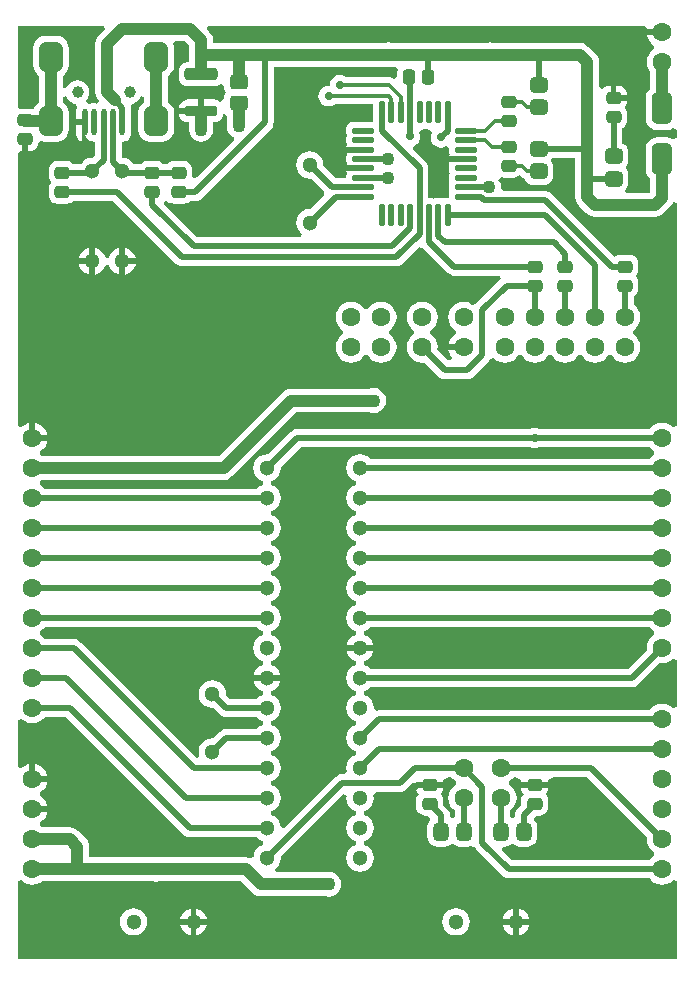
<source format=gtl>
%FSTAX43Y43*%
%MOMM*%
G71*
G01*
G75*
G04 Layer_Physical_Order=1*
G04 Layer_Color=16776960*
G04:AMPARAMS|DCode=10|XSize=2.5mm|YSize=2mm|CornerRadius=0.5mm|HoleSize=0mm|Usage=FLASHONLY|Rotation=90.000|XOffset=0mm|YOffset=0mm|HoleType=Round|Shape=RoundedRectangle|*
%AMROUNDEDRECTD10*
21,1,2.500,1.000,0,0,90.0*
21,1,1.500,2.000,0,0,90.0*
1,1,1.000,0.500,0.750*
1,1,1.000,0.500,-0.750*
1,1,1.000,-0.500,-0.750*
1,1,1.000,-0.500,0.750*
%
%ADD10ROUNDEDRECTD10*%
%ADD11O,0.500X2.250*%
G04:AMPARAMS|DCode=12|XSize=1.3mm|YSize=1mm|CornerRadius=0.25mm|HoleSize=0mm|Usage=FLASHONLY|Rotation=0.000|XOffset=0mm|YOffset=0mm|HoleType=Round|Shape=RoundedRectangle|*
%AMROUNDEDRECTD12*
21,1,1.300,0.500,0,0,0.0*
21,1,0.800,1.000,0,0,0.0*
1,1,0.500,0.400,-0.250*
1,1,0.500,-0.400,-0.250*
1,1,0.500,-0.400,0.250*
1,1,0.500,0.400,0.250*
%
%ADD12ROUNDEDRECTD12*%
G04:AMPARAMS|DCode=13|XSize=1mm|YSize=2.8mm|CornerRadius=0.25mm|HoleSize=0mm|Usage=FLASHONLY|Rotation=270.000|XOffset=0mm|YOffset=0mm|HoleType=Round|Shape=RoundedRectangle|*
%AMROUNDEDRECTD13*
21,1,1.000,2.300,0,0,270.0*
21,1,0.500,2.800,0,0,270.0*
1,1,0.500,-1.150,-0.250*
1,1,0.500,-1.150,0.250*
1,1,0.500,1.150,0.250*
1,1,0.500,1.150,-0.250*
%
%ADD13ROUNDEDRECTD13*%
G04:AMPARAMS|DCode=14|XSize=0.9mm|YSize=2.7mm|CornerRadius=0.225mm|HoleSize=0mm|Usage=FLASHONLY|Rotation=270.000|XOffset=0mm|YOffset=0mm|HoleType=Round|Shape=RoundedRectangle|*
%AMROUNDEDRECTD14*
21,1,0.900,2.250,0,0,270.0*
21,1,0.450,2.700,0,0,270.0*
1,1,0.450,-1.125,-0.225*
1,1,0.450,-1.125,0.225*
1,1,0.450,1.125,0.225*
1,1,0.450,1.125,-0.225*
%
%ADD14ROUNDEDRECTD14*%
G04:AMPARAMS|DCode=15|XSize=1.5mm|YSize=1.25mm|CornerRadius=0.313mm|HoleSize=0mm|Usage=FLASHONLY|Rotation=180.000|XOffset=0mm|YOffset=0mm|HoleType=Round|Shape=RoundedRectangle|*
%AMROUNDEDRECTD15*
21,1,1.500,0.625,0,0,180.0*
21,1,0.875,1.250,0,0,180.0*
1,1,0.625,-0.438,0.313*
1,1,0.625,0.438,0.313*
1,1,0.625,0.438,-0.313*
1,1,0.625,-0.438,-0.313*
%
%ADD15ROUNDEDRECTD15*%
G04:AMPARAMS|DCode=16|XSize=1.9mm|YSize=0.5mm|CornerRadius=0.125mm|HoleSize=0mm|Usage=FLASHONLY|Rotation=0.000|XOffset=0mm|YOffset=0mm|HoleType=Round|Shape=RoundedRectangle|*
%AMROUNDEDRECTD16*
21,1,1.900,0.250,0,0,0.0*
21,1,1.650,0.500,0,0,0.0*
1,1,0.250,0.825,-0.125*
1,1,0.250,-0.825,-0.125*
1,1,0.250,-0.825,0.125*
1,1,0.250,0.825,0.125*
%
%ADD16ROUNDEDRECTD16*%
G04:AMPARAMS|DCode=17|XSize=1.9mm|YSize=0.5mm|CornerRadius=0.125mm|HoleSize=0mm|Usage=FLASHONLY|Rotation=90.000|XOffset=0mm|YOffset=0mm|HoleType=Round|Shape=RoundedRectangle|*
%AMROUNDEDRECTD17*
21,1,1.900,0.250,0,0,90.0*
21,1,1.650,0.500,0,0,90.0*
1,1,0.250,0.125,0.825*
1,1,0.250,0.125,-0.825*
1,1,0.250,-0.125,-0.825*
1,1,0.250,-0.125,0.825*
%
%ADD17ROUNDEDRECTD17*%
G04:AMPARAMS|DCode=18|XSize=1.3mm|YSize=1mm|CornerRadius=0.25mm|HoleSize=0mm|Usage=FLASHONLY|Rotation=90.000|XOffset=0mm|YOffset=0mm|HoleType=Round|Shape=RoundedRectangle|*
%AMROUNDEDRECTD18*
21,1,1.300,0.500,0,0,90.0*
21,1,0.800,1.000,0,0,90.0*
1,1,0.500,0.250,0.400*
1,1,0.500,0.250,-0.400*
1,1,0.500,-0.250,-0.400*
1,1,0.500,-0.250,0.400*
%
%ADD18ROUNDEDRECTD18*%
G04:AMPARAMS|DCode=19|XSize=2.65mm|YSize=1.75mm|CornerRadius=0.438mm|HoleSize=0mm|Usage=FLASHONLY|Rotation=270.000|XOffset=0mm|YOffset=0mm|HoleType=Round|Shape=RoundedRectangle|*
%AMROUNDEDRECTD19*
21,1,2.650,0.875,0,0,270.0*
21,1,1.775,1.750,0,0,270.0*
1,1,0.875,-0.438,-0.887*
1,1,0.875,-0.438,0.887*
1,1,0.875,0.438,0.887*
1,1,0.875,0.438,-0.887*
%
%ADD19ROUNDEDRECTD19*%
G04:AMPARAMS|DCode=20|XSize=1.5mm|YSize=1.3mm|CornerRadius=0.325mm|HoleSize=0mm|Usage=FLASHONLY|Rotation=0.000|XOffset=0mm|YOffset=0mm|HoleType=Round|Shape=RoundedRectangle|*
%AMROUNDEDRECTD20*
21,1,1.500,0.650,0,0,0.0*
21,1,0.850,1.300,0,0,0.0*
1,1,0.650,0.425,-0.325*
1,1,0.650,-0.425,-0.325*
1,1,0.650,-0.425,0.325*
1,1,0.650,0.425,0.325*
%
%ADD20ROUNDEDRECTD20*%
G04:AMPARAMS|DCode=21|XSize=1.5mm|YSize=1.3mm|CornerRadius=0.325mm|HoleSize=0mm|Usage=FLASHONLY|Rotation=270.000|XOffset=0mm|YOffset=0mm|HoleType=Round|Shape=RoundedRectangle|*
%AMROUNDEDRECTD21*
21,1,1.500,0.650,0,0,270.0*
21,1,0.850,1.300,0,0,270.0*
1,1,0.650,-0.325,-0.425*
1,1,0.650,-0.325,0.425*
1,1,0.650,0.325,0.425*
1,1,0.650,0.325,-0.425*
%
%ADD21ROUNDEDRECTD21*%
%ADD22C,1.000*%
%ADD23C,0.500*%
%ADD24C,0.300*%
%ADD25C,1.300*%
%ADD26C,1.600*%
%ADD27C,1.000*%
%ADD28C,1.100*%
%ADD29C,0.700*%
G36*
X0135199Y006689D02*
Y0062873D01*
X0134915Y0062776D01*
X0134903Y0062792D01*
X0134631Y0063001D01*
X0134315Y0063132D01*
X0133975Y0063176D01*
X0133636Y0063132D01*
X013332Y0063001D01*
X0133048Y0062792D01*
X0132917Y0062621D01*
X010998D01*
X0109784Y0062596D01*
X0109784Y0062596D01*
X0109784Y0062596D01*
X0109776Y0062593D01*
X0109549Y0062789D01*
X0109552Y0062818D01*
X0109513Y0063118D01*
X0109397Y0063397D01*
X0109213Y0063638D01*
X0108972Y0063822D01*
X0108694Y0063938D01*
Y0064238D01*
X0108972Y0064353D01*
X0109213Y0064537D01*
X0109262Y0064601D01*
X0131436D01*
X0131631Y0064627D01*
X0131814Y0064702D01*
X013197Y0064823D01*
X0133762Y0066614D01*
X0133975Y0066586D01*
X0134315Y0066631D01*
X0134631Y0066762D01*
X0134903Y006697D01*
X0134915Y0066986D01*
X0135199Y006689D01*
D02*
G37*
G36*
X0133048Y008475D02*
X01333Y0084558D01*
Y0084257D01*
X0133048Y0084065D01*
X0132917Y0083894D01*
X0109262D01*
X0109213Y0083958D01*
X0108972Y0084142D01*
X0108693Y0084258D01*
X0108393Y0084297D01*
X0108092Y0084258D01*
X0107813Y0084142D01*
X0107572Y0083958D01*
X0107388Y0083717D01*
X0107272Y0083438D01*
X0107233Y0083137D01*
X0107272Y0082837D01*
X0107388Y0082558D01*
X0107572Y0082317D01*
X0107813Y0082133D01*
X0108091Y0082018D01*
Y0081717D01*
X0107813Y0081602D01*
X0107572Y0081418D01*
X0107388Y0081177D01*
X0107272Y0080898D01*
X0107233Y0080598D01*
X0107272Y0080297D01*
X0107388Y0080018D01*
X0107572Y0079777D01*
X0107813Y0079593D01*
X0108091Y0079478D01*
Y0079177D01*
X0107813Y0079062D01*
X0107572Y0078878D01*
X0107388Y0078637D01*
X0107272Y0078358D01*
X0107233Y0078058D01*
X0107272Y0077757D01*
X0107388Y0077478D01*
X0107572Y0077237D01*
X0107813Y0077053D01*
X0108091Y0076938D01*
Y0076637D01*
X0107813Y0076522D01*
X0107572Y0076338D01*
X0107388Y0076097D01*
X0107272Y0075818D01*
X0107233Y0075518D01*
X0107272Y0075217D01*
X0107388Y0074938D01*
X0107572Y0074697D01*
X0107813Y0074513D01*
X0108091Y0074397D01*
Y0074098D01*
X0107813Y0073982D01*
X0107572Y0073798D01*
X0107388Y0073557D01*
X0107272Y0073278D01*
X0107233Y0072978D01*
X0107272Y0072677D01*
X0107388Y0072398D01*
X0107572Y0072157D01*
X0107813Y0071973D01*
X0108091Y0071857D01*
Y0071558D01*
X0107813Y0071442D01*
X0107572Y0071258D01*
X0107388Y0071017D01*
X0107272Y0070738D01*
X0107233Y0070438D01*
X0107272Y0070137D01*
X0107388Y0069858D01*
X0107572Y0069617D01*
X0107813Y0069433D01*
X0108091Y0069317D01*
Y0069018D01*
X0107813Y0068902D01*
X0107572Y0068718D01*
X0107388Y0068477D01*
X0107272Y0068198D01*
X0107266Y0068147D01*
X010952D01*
X0109513Y0068198D01*
X0109397Y0068477D01*
X0109213Y0068718D01*
X0108972Y0068902D01*
X0108694Y0069018D01*
Y0069317D01*
X0108972Y0069433D01*
X0109213Y0069617D01*
X0109262Y0069681D01*
X0132917D01*
X0133048Y006951D01*
X01333Y0069317D01*
Y0069018D01*
X0133048Y0068825D01*
X013284Y0068553D01*
X0132709Y0068237D01*
X0132664Y0067897D01*
X0132692Y0067684D01*
X0131122Y0066114D01*
X0109262D01*
X0109213Y0066178D01*
X0108972Y0066362D01*
X0108694Y0066478D01*
Y0066777D01*
X0108972Y0066893D01*
X0109213Y0067077D01*
X0109397Y0067318D01*
X0109513Y0067597D01*
X010952Y0067647D01*
X0107266D01*
X0107272Y0067597D01*
X0107388Y0067318D01*
X0107572Y0067077D01*
X0107813Y0066893D01*
X0108091Y0066777D01*
Y0066478D01*
X0107813Y0066362D01*
X0107572Y0066178D01*
X0107388Y0065937D01*
X0107272Y0065658D01*
X0107233Y0065357D01*
X0107272Y0065057D01*
X0107388Y0064778D01*
X0107572Y0064537D01*
X0107813Y0064353D01*
X0108091Y0064238D01*
Y0063938D01*
X0107813Y0063822D01*
X0107572Y0063638D01*
X0107388Y0063397D01*
X0107272Y0063118D01*
X0107233Y0062818D01*
X0107272Y0062517D01*
X0107388Y0062238D01*
X0107572Y0061997D01*
X0107813Y0061813D01*
X0108091Y0061697D01*
Y0061397D01*
X0107813Y0061282D01*
X0107572Y0061098D01*
X0107388Y0060857D01*
X0107272Y0060578D01*
X0107233Y0060278D01*
X0107272Y0059977D01*
X0107388Y0059698D01*
X0107572Y0059457D01*
X0107813Y0059273D01*
X0108091Y0059158D01*
Y0058857D01*
X0107813Y0058742D01*
X0107572Y0058558D01*
X0107388Y0058317D01*
X0107272Y0058038D01*
X0107233Y0057737D01*
X010727Y005745D01*
X0107073Y0057224D01*
X0106873D01*
X0106872Y0057224D01*
X0106677Y0057198D01*
X0106494Y0057123D01*
X0106338Y0057002D01*
X0101958Y0052623D01*
X0101674Y005272D01*
X0101643Y0052958D01*
X0101527Y0053237D01*
X0101343Y0053478D01*
X0101102Y0053662D01*
X0100824Y0053778D01*
Y0054077D01*
X0101102Y0054193D01*
X0101343Y0054377D01*
X0101527Y0054618D01*
X0101643Y0054897D01*
X0101682Y0055197D01*
X0101643Y0055498D01*
X0101527Y0055777D01*
X0101343Y0056018D01*
X0101102Y0056202D01*
X0100824Y0056318D01*
Y0056618D01*
X0101102Y0056733D01*
X0101343Y0056917D01*
X0101527Y0057158D01*
X0101643Y0057437D01*
X0101682Y0057737D01*
X0101643Y0058038D01*
X0101527Y0058317D01*
X0101343Y0058558D01*
X0101102Y0058742D01*
X0100824Y0058857D01*
Y0059158D01*
X0101102Y0059273D01*
X0101343Y0059457D01*
X0101527Y0059698D01*
X0101643Y0059977D01*
X0101682Y0060278D01*
X0101643Y0060578D01*
X0101527Y0060857D01*
X0101343Y0061098D01*
X0101102Y0061282D01*
X0100824Y0061397D01*
Y0061697D01*
X0101102Y0061813D01*
X0101343Y0061997D01*
X0101527Y0062238D01*
X0101643Y0062517D01*
X0101682Y0062818D01*
X0101643Y0063118D01*
X0101527Y0063397D01*
X0101343Y0063638D01*
X0101102Y0063822D01*
X0100824Y0063938D01*
Y0064238D01*
X0101102Y0064353D01*
X0101343Y0064537D01*
X0101527Y0064778D01*
X0101643Y0065057D01*
X010165Y0065107D01*
X0099395D01*
X0099402Y0065057D01*
X0099518Y0064778D01*
X0099702Y0064537D01*
X0099943Y0064353D01*
X0100221Y0064238D01*
Y0063938D01*
X0099943Y0063822D01*
X0099702Y0063638D01*
X0099653Y0063574D01*
X0097368D01*
X0097034Y0063908D01*
X0097045Y0063987D01*
X0097005Y0064288D01*
X009689Y0064567D01*
X0096705Y0064808D01*
X0096465Y0064992D01*
X0096185Y0065108D01*
X0095885Y0065147D01*
X0095585Y0065108D01*
X0095305Y0064992D01*
X0095065Y0064808D01*
X009488Y0064567D01*
X0094765Y0064288D01*
X0094725Y0063987D01*
X0094765Y0063687D01*
X009488Y0063408D01*
X0095065Y0063167D01*
X0095305Y0062983D01*
X0095585Y0062867D01*
X0095885Y0062828D01*
X0095965Y0062838D01*
X009652Y0062283D01*
Y0062283D01*
D01*
Y0062283D01*
X009652Y0062283D01*
D01*
D01*
X009652D01*
X009652Y0062283D01*
Y0062283D01*
X009652Y0062283D01*
Y0062283D01*
X0096677Y0062162D01*
X0096859Y0062087D01*
X0097055Y0062061D01*
X0099653D01*
X0099702Y0061997D01*
X0099943Y0061813D01*
X0100221Y0061697D01*
Y0061397D01*
X0099943Y0061282D01*
X0099702Y0061098D01*
X0099653Y0061034D01*
X0097055D01*
X0096859Y0061008D01*
X0096677Y0060933D01*
X009652Y0060812D01*
X0095965Y0060257D01*
X0095885Y0060267D01*
X0095585Y0060228D01*
X0095305Y0060112D01*
X0095065Y0059928D01*
X009488Y0059687D01*
X0094765Y0059408D01*
X0094725Y0059107D01*
X0094765Y0058807D01*
X0094791Y0058743D01*
X0094755Y005869D01*
X0094551Y0058554D01*
X0084672Y0068432D01*
X0084516Y0068553D01*
X0084333Y0068628D01*
X0084137Y0068654D01*
X0081703D01*
X0081572Y0068825D01*
X0081321Y0069018D01*
Y0069317D01*
X0081572Y006951D01*
X0081703Y0069681D01*
X0099653D01*
X0099702Y0069617D01*
X0099943Y0069433D01*
X0100221Y0069317D01*
Y0069018D01*
X0099943Y0068902D01*
X0099702Y0068718D01*
X0099518Y0068477D01*
X0099402Y0068198D01*
X0099363Y0067897D01*
X0099402Y0067597D01*
X0099518Y0067318D01*
X0099702Y0067077D01*
X0099943Y0066893D01*
X0100221Y0066777D01*
Y0066478D01*
X0099943Y0066362D01*
X0099702Y0066178D01*
X0099518Y0065937D01*
X0099402Y0065658D01*
X0099395Y0065607D01*
X010165D01*
X0101643Y0065658D01*
X0101527Y0065937D01*
X0101343Y0066178D01*
X0101102Y0066362D01*
X0100824Y0066478D01*
Y0066777D01*
X0101102Y0066893D01*
X0101343Y0067077D01*
X0101527Y0067318D01*
X0101643Y0067597D01*
X0101682Y0067897D01*
X0101643Y0068198D01*
X0101527Y0068477D01*
X0101343Y0068718D01*
X0101102Y0068902D01*
X0100824Y0069018D01*
Y0069317D01*
X0101102Y0069433D01*
X0101343Y0069617D01*
X0101527Y0069858D01*
X0101643Y0070137D01*
X0101682Y0070438D01*
X0101643Y0070738D01*
X0101527Y0071017D01*
X0101343Y0071258D01*
X0101102Y0071442D01*
X0100824Y0071558D01*
Y0071857D01*
X0101102Y0071973D01*
X0101343Y0072157D01*
X0101527Y0072398D01*
X0101643Y0072677D01*
X0101682Y0072978D01*
X0101643Y0073278D01*
X0101527Y0073557D01*
X0101343Y0073798D01*
X0101102Y0073982D01*
X0100824Y0074098D01*
Y0074397D01*
X0101102Y0074513D01*
X0101343Y0074697D01*
X0101527Y0074938D01*
X0101643Y0075217D01*
X0101682Y0075518D01*
X0101643Y0075818D01*
X0101527Y0076097D01*
X0101343Y0076338D01*
X0101102Y0076522D01*
X0100824Y0076637D01*
Y0076938D01*
X0101102Y0077053D01*
X0101343Y0077237D01*
X0101527Y0077478D01*
X0101643Y0077757D01*
X0101682Y0078058D01*
X0101643Y0078358D01*
X0101527Y0078637D01*
X0101343Y0078878D01*
X0101102Y0079062D01*
X0100824Y0079177D01*
Y0079478D01*
X0101102Y0079593D01*
X0101343Y0079777D01*
X0101527Y0080018D01*
X0101643Y0080297D01*
X0101682Y0080598D01*
X0101643Y0080898D01*
X0101527Y0081177D01*
X0101343Y0081418D01*
X0101102Y0081602D01*
X0100824Y0081717D01*
Y0082018D01*
X0101102Y0082133D01*
X0101343Y0082317D01*
X0101527Y0082558D01*
X0101643Y0082837D01*
X0101682Y0083137D01*
X0101672Y0083217D01*
X0103376Y0084921D01*
X0122795D01*
X0122968Y0084849D01*
X012319Y008482D01*
X0123412Y0084849D01*
X0123585Y0084921D01*
X0132917D01*
X0133048Y008475D01*
D02*
G37*
G36*
X0113861Y0111839D02*
X0114105Y011179D01*
X0114338D01*
X0114505Y0111541D01*
X0114424Y0111347D01*
X0114395Y0111125D01*
X0114424Y0110903D01*
X011451Y0110696D01*
X0114646Y0110519D01*
X0114824Y0110383D01*
X0115031Y0110297D01*
X0115253Y0110268D01*
X0115474Y0110297D01*
X0115668Y0110377D01*
X0115918Y0110211D01*
Y0109978D01*
X0115966Y0109734D01*
X0115987Y0109702D01*
X0115966Y0109671D01*
X0115943Y0109552D01*
X0116087D01*
X0116104Y0109527D01*
X0116311Y0109389D01*
X0116555Y010934D01*
X011738D01*
Y0109265D01*
X0116555D01*
X0116311Y0109216D01*
X0116104Y0109078D01*
X0116087Y0109052D01*
X0115943D01*
X0115966Y0108934D01*
X0115987Y0108902D01*
X0115966Y0108871D01*
X0115918Y0108628D01*
Y0108378D01*
X0115966Y0108134D01*
X0115987Y0108103D01*
X0115966Y0108071D01*
X0115918Y0107827D01*
Y0107577D01*
X0115966Y0107334D01*
X0115987Y0107302D01*
X0115966Y0107271D01*
X0115918Y0107027D01*
Y0106777D01*
X0115966Y0106534D01*
X0115987Y0106503D01*
X0115966Y0106471D01*
X0115918Y0106228D01*
Y0106015D01*
X0115705D01*
X0115461Y0105966D01*
X011543Y0105945D01*
X0115399Y0105966D01*
X0115155Y0106015D01*
X0114905D01*
X0114661Y0105966D01*
X011463Y0105945D01*
X0114599Y0105966D01*
X0114355Y0106015D01*
X0114186D01*
Y0108502D01*
X0114186Y0108503D01*
X0114164Y0108676D01*
X0114161Y0108698D01*
X0114085Y0108881D01*
X0113965Y0109037D01*
X0113965Y0109037D01*
X0112881Y0110121D01*
X0112939Y0110416D01*
X0113059Y0110465D01*
X0113236Y0110601D01*
X0113372Y0110779D01*
X0113458Y0110986D01*
X0113487Y0111207D01*
X0113458Y0111429D01*
X0113418Y0111527D01*
X0113552Y0111778D01*
X0113782Y0111835D01*
X0113799Y0111839D01*
X0113801Y011184D01*
X0113843Y0111851D01*
X0113861Y0111839D01*
D02*
G37*
G36*
X0093445Y0052123D02*
X0093445Y0052123D01*
X0093602Y0052002D01*
X0093784Y0051927D01*
X009398Y0051901D01*
X0099653D01*
X0099702Y0051837D01*
X0099943Y0051653D01*
X0100221Y0051537D01*
Y0051237D01*
X0099943Y0051122D01*
X0099702Y0050938D01*
X0099518Y0050697D01*
X0099402Y0050418D01*
X0099379Y0050241D01*
X0099119Y0050091D01*
X0099004Y0050139D01*
X0098743Y0050174D01*
X0091431D01*
X0091397Y0050188D01*
X0091122Y0050224D01*
X0090848Y0050188D01*
X0090814Y0050174D01*
X0085464D01*
Y005107D01*
X0085429Y0051331D01*
X0085328Y0051574D01*
X0085168Y0051783D01*
X0084533Y0052418D01*
X0084324Y0052578D01*
X0084081Y0052679D01*
X008382Y0052714D01*
X0081466D01*
X0081321Y0052825D01*
Y0053125D01*
X0081572Y0053318D01*
X0081781Y0053589D01*
X0081912Y0053906D01*
X0081923Y0053995D01*
X0080645D01*
Y0054495D01*
X0081923D01*
X0081912Y0054584D01*
X0081781Y0054901D01*
X0081572Y0055172D01*
X0081321Y0055365D01*
Y0055665D01*
X0081572Y0055858D01*
X0081781Y0056129D01*
X0081912Y0056446D01*
X0081923Y0056535D01*
X0080645D01*
Y0056785D01*
X0080395D01*
Y0058063D01*
X0080306Y0058052D01*
X0079989Y0057921D01*
X0079718Y0057712D01*
X0079715Y0057709D01*
X0079431Y0057805D01*
Y0061797D01*
X0079715Y0061894D01*
X0079718Y006189D01*
X0079989Y0061682D01*
X0080306Y0061551D01*
X0080645Y0061506D01*
X0080984Y0061551D01*
X0081301Y0061682D01*
X0081572Y006189D01*
X0081703Y0062061D01*
X0083507D01*
X0093445Y0052123D01*
D02*
G37*
G36*
X011623Y005681D02*
X0116482Y0056618D01*
Y0056318D01*
X011623Y0056125D01*
X0116022Y0055853D01*
X0115891Y0055537D01*
X0115846Y0055197D01*
X0115891Y0054858D01*
X0116022Y0054542D01*
X011623Y005427D01*
X0116399Y0054141D01*
Y0053609D01*
X0116205Y0053489D01*
X0116011Y0053609D01*
Y005376D01*
X0116011Y005376D01*
X0115989Y0053933D01*
X0115986Y0053956D01*
X011591Y0054138D01*
X011579Y0054295D01*
X011579Y0054295D01*
X0115456Y0054628D01*
Y0054965D01*
X0115431Y0055161D01*
X0115355Y0055343D01*
X0115235Y00555D01*
Y005553D01*
X0115355Y0055687D01*
X0115431Y0055869D01*
X0115456Y0056065D01*
X01143D01*
Y0056565D01*
X0115456D01*
X0115431Y0056755D01*
X0115439Y0056764D01*
X0115962Y0056981D01*
X0116099D01*
X011623Y005681D01*
D02*
G37*
G36*
X0113144Y0056389D02*
Y0056065D01*
X0113169Y0055869D01*
X0113245Y0055687D01*
X0113365Y005553D01*
Y00555D01*
X0113245Y0055343D01*
X0113169Y0055161D01*
X0113144Y0054965D01*
Y0054465D01*
X0113169Y0054269D01*
X0113245Y0054087D01*
X0113365Y005393D01*
X0113522Y005381D01*
X0113704Y0053734D01*
X01139Y0053709D01*
X0114145D01*
X0114351Y005349D01*
X0114342Y0053353D01*
X0114209Y0053181D01*
X0114126Y005298D01*
X0114098Y0052765D01*
Y0051915D01*
X0114126Y00517D01*
X0114209Y0051499D01*
X0114342Y0051327D01*
X0114514Y0051194D01*
X0114715Y0051111D01*
X011493Y0051083D01*
X011558D01*
X0115795Y0051111D01*
X0115996Y0051194D01*
X0116168Y0051327D01*
X0116242D01*
X0116414Y0051194D01*
X0116615Y0051111D01*
X011683Y0051083D01*
X011748D01*
X0117695Y0051111D01*
X01178Y0051155D01*
X0118077Y005104D01*
X011809Y0051009D01*
X011821Y0050853D01*
X0120433Y004863D01*
X0120433D01*
X0120433Y004863D01*
X0120433D01*
X0120433Y004863D01*
Y004863D01*
X0120433Y004863D01*
Y004863D01*
X0120589Y004851D01*
X0120772Y0048434D01*
X012087Y0048421D01*
X0120967Y0048409D01*
X0120968Y0048409D01*
X0132917D01*
X0133048Y0048238D01*
X013332Y0048029D01*
X0133636Y0047898D01*
X0133975Y0047854D01*
X0134315Y0047898D01*
X0134631Y0048029D01*
X0134903Y0048238D01*
X0134915Y0048254D01*
X0135199Y0048157D01*
Y0041601D01*
X0079431D01*
Y0048145D01*
X0079715Y0048241D01*
X0079718Y0048238D01*
X0079989Y0048029D01*
X0080306Y0047898D01*
X0080645Y0047854D01*
X0080984Y0047898D01*
X0081301Y0048029D01*
X0081466Y0048156D01*
X0090814D01*
X0090848Y0048142D01*
X0091122Y0048106D01*
X0091397Y0048142D01*
X0091431Y0048156D01*
X0098325D01*
X0099299Y0047182D01*
X0099508Y0047021D01*
X0099751Y0046921D01*
X0100012Y0046886D01*
X0105419D01*
X0105453Y0046872D01*
X0105728Y0046836D01*
X0106002Y0046872D01*
X0106257Y0046978D01*
X0106476Y0047146D01*
X0106645Y0047365D01*
X010675Y0047621D01*
X0106787Y0047895D01*
X010675Y0048169D01*
X0106645Y0048425D01*
X0106476Y0048644D01*
X0106257Y0048812D01*
X0106002Y0048918D01*
X0105728Y0048954D01*
X0105453Y0048918D01*
X0105419Y0048904D01*
X0101296D01*
X01012Y0049188D01*
X0101343Y0049297D01*
X0101527Y0049538D01*
X0101643Y0049817D01*
X0101682Y0050118D01*
X0101672Y0050197D01*
X0106988Y0055513D01*
X0107257Y005538D01*
X0107233Y0055197D01*
X0107272Y0054897D01*
X0107388Y0054618D01*
X0107572Y0054377D01*
X0107813Y0054193D01*
X0108091Y0054077D01*
Y0053778D01*
X0107813Y0053662D01*
X0107572Y0053478D01*
X0107388Y0053237D01*
X0107272Y0052958D01*
X0107233Y0052658D01*
X0107272Y0052357D01*
X0107388Y0052078D01*
X0107572Y0051837D01*
X0107813Y0051653D01*
X0108091Y0051537D01*
Y0051237D01*
X0107813Y0051122D01*
X0107572Y0050938D01*
X0107388Y0050697D01*
X0107272Y0050418D01*
X0107233Y0050118D01*
X0107272Y0049817D01*
X0107388Y0049538D01*
X0107572Y0049297D01*
X0107813Y0049113D01*
X0108092Y0048997D01*
X0108393Y0048958D01*
X0108693Y0048997D01*
X0108972Y0049113D01*
X0109213Y0049297D01*
X0109397Y0049538D01*
X0109513Y0049817D01*
X0109552Y0050118D01*
X0109513Y0050418D01*
X0109397Y0050697D01*
X0109213Y0050938D01*
X0108972Y0051122D01*
X0108694Y0051237D01*
Y0051537D01*
X0108972Y0051653D01*
X0109213Y0051837D01*
X0109397Y0052078D01*
X0109513Y0052357D01*
X0109552Y0052658D01*
X0109513Y0052958D01*
X0109397Y0053237D01*
X0109213Y0053478D01*
X0108972Y0053662D01*
X0108694Y0053778D01*
Y0054077D01*
X0108972Y0054193D01*
X0109213Y0054377D01*
X0109397Y0054618D01*
X0109513Y0054897D01*
X0109552Y0055197D01*
X0109515Y0055485D01*
X0109712Y0055711D01*
X011176D01*
X0111956Y0055737D01*
X0112138Y0055812D01*
X0112295Y0055933D01*
X0112295Y0055933D01*
X0112295Y0055933D01*
X0112866Y0056504D01*
X0113144Y0056389D01*
D02*
G37*
G36*
X0132692Y0051918D02*
X0132664Y0051705D01*
X0132709Y0051366D01*
X013284Y0051049D01*
X0133048Y0050778D01*
X01333Y0050585D01*
Y0050285D01*
X0133048Y0050092D01*
X0132917Y0049921D01*
X0121281D01*
X0120397Y0050806D01*
X0120511Y0051083D01*
X012066D01*
X0120875Y0051111D01*
X0121076Y0051194D01*
X0121248Y0051327D01*
X0121322D01*
X0121494Y0051194D01*
X0121695Y0051111D01*
X012191Y0051083D01*
X012256D01*
X0122775Y0051111D01*
X0122976Y0051194D01*
X0123148Y0051327D01*
X0123281Y0051499D01*
X0123364Y00517D01*
X0123392Y0051915D01*
Y0052765D01*
X0123364Y005298D01*
X0123281Y0053181D01*
X0123148Y0053353D01*
X0123139Y005349D01*
X0123345Y0053709D01*
X012359D01*
X0123786Y0053734D01*
X0123968Y005381D01*
X0124125Y005393D01*
X0124245Y0054087D01*
X0124321Y0054269D01*
X0124346Y0054465D01*
Y0054965D01*
X0124321Y0055161D01*
X0124245Y0055343D01*
X0124125Y00555D01*
Y005553D01*
X0124245Y0055687D01*
X0124321Y0055869D01*
X0124346Y0056065D01*
X0122034D01*
X0122059Y0055869D01*
X0122135Y0055687D01*
X0122255Y005553D01*
Y00555D01*
X0122135Y0055343D01*
X0122059Y0055161D01*
X0122034Y0054965D01*
Y0054628D01*
X01217Y0054295D01*
X012158Y0054138D01*
X0121504Y0053956D01*
X0121479Y005376D01*
Y0053609D01*
X0121285Y0053489D01*
X0121091Y0053609D01*
Y0054141D01*
X012126Y005427D01*
X0121468Y0054542D01*
X0121599Y0054858D01*
X0121644Y0055197D01*
X0121599Y0055537D01*
X0121468Y0055853D01*
X012126Y0056125D01*
X0121008Y0056318D01*
Y0056618D01*
X012126Y005681D01*
X0121391Y0056981D01*
X0121528D01*
X0122051Y0056764D01*
X0122059Y0056755D01*
X0122034Y0056565D01*
X0124346D01*
X0124321Y0056755D01*
X0124329Y0056764D01*
X0124852Y0056981D01*
X012763D01*
X0132692Y0051918D01*
D02*
G37*
G36*
X0083604Y0114461D02*
X0083764Y0114252D01*
X0083973Y0114091D01*
X0084216Y0113991D01*
X0084345Y0113974D01*
X008446Y0113697D01*
X0084422Y0113648D01*
X0084347Y0113466D01*
X0084321Y011327D01*
Y0112645D01*
X0085077D01*
Y0112395D01*
X0085121D01*
Y011152D01*
X0085147Y0111324D01*
X0085222Y0111142D01*
X0085327Y0111005D01*
Y0110812D01*
X0085456Y0110865D01*
X0085478Y0110882D01*
X0085499Y0110865D01*
X0085682Y0110789D01*
X0085878Y0110764D01*
X0085921Y0110725D01*
Y0109533D01*
X0085725Y0109427D01*
X0085425Y0109388D01*
X0085145Y0109272D01*
X0084905Y0109088D01*
X0084739Y0108871D01*
X0084142D01*
X008412Y01089D01*
X0083963Y010902D01*
X0083781Y0109096D01*
X0083585Y0109121D01*
X0082785D01*
X0082589Y0109096D01*
X0082407Y010902D01*
X008225Y01089D01*
X008213Y0108743D01*
X0082054Y0108561D01*
X0082029Y0108365D01*
Y0107865D01*
X0082054Y0107669D01*
X008213Y0107487D01*
X008225Y010733D01*
Y01073D01*
X008213Y0107143D01*
X0082054Y0106961D01*
X0082029Y0106765D01*
Y0106265D01*
X0082054Y0106069D01*
X008213Y0105887D01*
X008225Y010573D01*
X0082407Y010561D01*
X0082589Y0105534D01*
X0082785Y0105509D01*
X0083585D01*
X0083781Y0105534D01*
X0083963Y010561D01*
X008412Y010573D01*
X0084142Y0105759D01*
X0087482D01*
X009281Y010043D01*
X009281Y010043D01*
X009281D01*
X009281Y010043D01*
X009281D01*
X009281Y010043D01*
Y010043D01*
Y010043D01*
D01*
D01*
X009281D01*
Y010043D01*
X0092967Y010031D01*
X0093149Y0100234D01*
X0093345Y0100209D01*
X0111442D01*
X0111638Y0100234D01*
X0111821Y010031D01*
X0111977Y010043D01*
X011337Y0101823D01*
X011367Y0101803D01*
X0113695Y010177D01*
X0115823Y0099643D01*
X0115823Y0099643D01*
X0115823D01*
X0115823Y0099643D01*
X0115823D01*
X0115823Y0099643D01*
Y0099643D01*
Y0099643D01*
D01*
D01*
X0115823D01*
Y0099643D01*
X0115979Y0099522D01*
X0116162Y0099447D01*
X011626Y0099434D01*
X0116357Y0099421D01*
X0116358Y0099421D01*
X0120203D01*
X01203Y0099137D01*
X0120268Y0099112D01*
X011821Y0097055D01*
X0118176Y009701D01*
X0117878Y0096971D01*
X0117813Y0097021D01*
X0117497Y0097152D01*
X0117158Y0097196D01*
X0116818Y0097152D01*
X0116502Y0097021D01*
X011623Y0096812D01*
X0116022Y0096541D01*
X0115891Y0096224D01*
X0115846Y0095885D01*
X0115891Y0095546D01*
X0116022Y0095229D01*
X011623Y0094958D01*
X0116482Y0094765D01*
Y0094465D01*
X011623Y0094272D01*
X0116022Y0094001D01*
X0115891Y0093684D01*
X0115879Y0093595D01*
X0117158D01*
Y0093095D01*
X0115879D01*
X0115891Y0093006D01*
X0116022Y0092689D01*
X0116194Y0092466D01*
X0116116Y0092308D01*
X011582Y009226D01*
X0114948Y0093132D01*
X0114976Y0093345D01*
X0114932Y0093684D01*
X0114801Y0094001D01*
X0114592Y0094272D01*
X0114341Y0094465D01*
Y0094765D01*
X0114592Y0094958D01*
X0114801Y0095229D01*
X0114932Y0095546D01*
X0114976Y0095885D01*
X0114932Y0096224D01*
X0114801Y0096541D01*
X0114592Y0096812D01*
X0114321Y0097021D01*
X0114004Y0097152D01*
X0113665Y0097196D01*
X0113326Y0097152D01*
X0113009Y0097021D01*
X0112738Y0096812D01*
X0112529Y0096541D01*
X0112398Y0096224D01*
X0112354Y0095885D01*
X0112398Y0095546D01*
X0112529Y0095229D01*
X0112738Y0094958D01*
X0112989Y0094765D01*
Y0094465D01*
X0112738Y0094272D01*
X0112529Y0094001D01*
X0112398Y0093684D01*
X0112354Y0093345D01*
X0112398Y0093006D01*
X0112529Y0092689D01*
X0112738Y0092418D01*
X0113009Y0092209D01*
X0113326Y0092078D01*
X0113665Y0092034D01*
X0113878Y0092062D01*
X0115035Y0090905D01*
X0115035Y0090905D01*
X0115035D01*
X0115035Y0090905D01*
X0115035D01*
X0115035Y0090905D01*
Y0090905D01*
Y0090905D01*
D01*
D01*
X0115035D01*
Y0090905D01*
X0115192Y0090785D01*
X0115374Y0090709D01*
X011557Y0090684D01*
X0117475D01*
X0117671Y0090709D01*
X0117853Y0090785D01*
X011801Y0090905D01*
X011928Y0092175D01*
X01194Y0092332D01*
X0119422Y0092384D01*
X0119719Y0092423D01*
X0119723Y0092418D01*
X0119994Y0092209D01*
X0120311Y0092078D01*
X012065Y0092034D01*
X0120989Y0092078D01*
X0121306Y0092209D01*
X0121577Y0092418D01*
X012177Y0092669D01*
X012207D01*
X0122263Y0092418D01*
X0122534Y0092209D01*
X0122851Y0092078D01*
X012319Y0092034D01*
X0123529Y0092078D01*
X0123846Y0092209D01*
X0124117Y0092418D01*
X012431Y0092669D01*
X012461D01*
X0124803Y0092418D01*
X0125074Y0092209D01*
X0125391Y0092078D01*
X012573Y0092034D01*
X0126069Y0092078D01*
X0126386Y0092209D01*
X0126657Y0092418D01*
X012685Y0092669D01*
X012715D01*
X0127343Y0092418D01*
X0127614Y0092209D01*
X0127931Y0092078D01*
X012827Y0092034D01*
X0128609Y0092078D01*
X0128926Y0092209D01*
X0129197Y0092418D01*
X012939Y0092669D01*
X012969D01*
X0129883Y0092418D01*
X0130154Y0092209D01*
X0130471Y0092078D01*
X013081Y0092034D01*
X0131149Y0092078D01*
X0131466Y0092209D01*
X0131737Y0092418D01*
X0131946Y0092689D01*
X0132077Y0093006D01*
X0132121Y0093345D01*
X0132077Y0093684D01*
X0131946Y0094001D01*
X0131737Y0094272D01*
X0131486Y0094465D01*
Y0094765D01*
X0131737Y0094958D01*
X0131946Y0095229D01*
X0132077Y0095546D01*
X0132121Y0095885D01*
X0132077Y0096224D01*
X0131946Y0096541D01*
X0131737Y0096812D01*
X0131566Y0096943D01*
Y0097663D01*
X0131588Y0097672D01*
X0131745Y0097793D01*
X0131865Y0097949D01*
X0131941Y0098132D01*
X0131966Y0098327D01*
Y0098827D01*
X0131941Y0099023D01*
X0131865Y0099206D01*
X0131745Y0099362D01*
Y0099393D01*
X0131865Y0099549D01*
X0131941Y0099732D01*
X0131966Y0099927D01*
Y0100427D01*
X0131941Y0100623D01*
X0131865Y0100806D01*
X0131745Y0100962D01*
X0131588Y0101083D01*
X0131406Y0101158D01*
X013121Y0101184D01*
X013041D01*
X0130214Y0101158D01*
X0130032Y0101083D01*
X0129933Y0101007D01*
X0124556Y0106383D01*
X01244Y0106504D01*
X0124346Y0106526D01*
X0124217Y0106579D01*
X0124021Y0106605D01*
X0120532D01*
X0120335Y0106831D01*
X0120344Y0106902D01*
X0120308Y0107177D01*
X0120202Y0107432D01*
X0120111Y0107551D01*
X0120293Y0107789D01*
X0120372Y0107757D01*
X0120567Y0107731D01*
X0121368D01*
X0121563Y0107757D01*
X0121746Y0107832D01*
X0121902Y0107953D01*
X012194Y0107955D01*
X0122089Y0107806D01*
X0122225Y0107702D01*
X0122271Y0107683D01*
X0122304Y010767D01*
X0122362Y0107529D01*
X0122494Y0107357D01*
X0122666Y0107224D01*
X0122867Y0107141D01*
X0123082Y0107113D01*
X0123933D01*
X0124148Y0107141D01*
X0124349Y0107224D01*
X0124521Y0107357D01*
X0124653Y0107529D01*
X0124736Y010773D01*
X0124765Y0107945D01*
Y0108595D01*
X0124736Y010881D01*
X0124653Y0109011D01*
X0124551Y0109144D01*
X0124683Y0109414D01*
X0126626D01*
Y0107632D01*
Y0106045D01*
X0126626Y0106045D01*
X0126626D01*
X0126661Y0105784D01*
X0126761Y0105541D01*
X0126922Y0105332D01*
X0127557Y0104697D01*
X0127557D01*
X0127557Y0104697D01*
X0127557Y0104697D01*
Y0104697D01*
X0127766Y0104536D01*
X0128009Y0104436D01*
X0128009Y0104436D01*
X0128009Y0104436D01*
D01*
X0128009Y0104436D01*
X0128009Y0104436D01*
X012827Y0104401D01*
X013335D01*
X0133611Y0104436D01*
X0133854Y0104536D01*
X0134063Y0104697D01*
X0134689Y0105322D01*
X0134689Y0105322D01*
X0134689Y0105322D01*
X0134849Y0105531D01*
X0134879Y0105602D01*
X0134905Y0105666D01*
X0135199Y0105607D01*
Y0086685D01*
X0134915Y0086589D01*
X0134903Y0086605D01*
X0134631Y0086813D01*
X0134315Y0086944D01*
X0133975Y0086989D01*
X0133636Y0086944D01*
X013332Y0086813D01*
X0133048Y0086605D01*
X0132917Y0086434D01*
X0123585D01*
X0123412Y0086506D01*
X012319Y0086535D01*
X0122968Y0086506D01*
X0122795Y0086434D01*
X0103063D01*
X0103062Y0086434D01*
X0102889Y0086411D01*
X0102867Y0086408D01*
X0102684Y0086333D01*
X0102528Y0086212D01*
X0102528Y0086212D01*
X0100602Y0084287D01*
X0100522Y0084297D01*
X0100222Y0084258D01*
X0099943Y0084142D01*
X0099702Y0083958D01*
X0099518Y0083717D01*
X0099402Y0083438D01*
X0099363Y0083137D01*
X0099402Y0082837D01*
X0099518Y0082558D01*
X0099702Y0082317D01*
X0099943Y0082133D01*
X0100221Y0082018D01*
Y0081717D01*
X0099943Y0081602D01*
X0099702Y0081418D01*
X0099653Y0081354D01*
X0081703D01*
X0081572Y0081525D01*
X0081321Y0081717D01*
Y0082018D01*
X0081466Y0082129D01*
X0096838D01*
X0097099Y0082163D01*
X0097342Y0082264D01*
X0097551Y0082424D01*
X010297Y0087844D01*
X0109229D01*
X0109263Y008783D01*
X0109537Y0087793D01*
X0109812Y008783D01*
X0110067Y0087935D01*
X0110286Y0088104D01*
X0110455Y0088323D01*
X011056Y0088578D01*
X0110597Y0088853D01*
X011056Y0089127D01*
X0110455Y0089382D01*
X0110286Y0089601D01*
X0110067Y008977D01*
X0109812Y0089875D01*
X0109537Y0089912D01*
X0109263Y0089875D01*
X0109229Y0089861D01*
X0102552D01*
X0102291Y0089827D01*
X0102048Y0089726D01*
X0101839Y0089566D01*
X009642Y0084146D01*
X0081466D01*
X0081321Y0084257D01*
Y0084558D01*
X0081572Y008475D01*
X0081781Y0085022D01*
X0081912Y0085338D01*
X0081923Y0085427D01*
X0080645D01*
Y0085677D01*
X0080395D01*
Y0086956D01*
X0080306Y0086944D01*
X0079989Y0086813D01*
X0079718Y0086605D01*
X0079715Y0086601D01*
X0079431Y0086698D01*
Y0109797D01*
X007961Y0109954D01*
X007976D01*
Y011096D01*
X008026D01*
Y0109954D01*
X008041D01*
X0080606Y0109979D01*
X0080788Y0110055D01*
X0080945Y0110175D01*
X0081065Y0110332D01*
X0081141Y0110514D01*
X0081161Y0110665D01*
X008142Y0110815D01*
X0081466Y0110796D01*
X0081728Y0110761D01*
X0082728D01*
X0082989Y0110796D01*
X0083232Y0110896D01*
X0083441Y0111057D01*
X0083601Y0111266D01*
X0083702Y0111509D01*
X0083736Y011177D01*
Y011327D01*
X0083702Y0113531D01*
X0083601Y0113774D01*
X0083441Y0113983D01*
X0083236Y011414D01*
Y011458D01*
X008353Y0114638D01*
X0083604Y0114461D01*
D02*
G37*
G36*
X0132709Y0120354D02*
X0132697Y0120265D01*
X0133975D01*
Y0119765D01*
X0132697D01*
X0132709Y0119676D01*
X013284Y0119359D01*
X0133048Y0119088D01*
X01333Y0118895D01*
Y0118595D01*
X0133048Y0118402D01*
X013284Y0118131D01*
X0132709Y0117814D01*
X0132664Y0117475D01*
X0132709Y0117136D01*
X013284Y0116819D01*
X0132967Y0116654D01*
Y0115223D01*
X0132869Y0115149D01*
X0132719Y0114953D01*
X0132625Y0114725D01*
X0132592Y011448D01*
Y0112705D01*
X0132625Y011246D01*
X0132719Y0112232D01*
X0132869Y0112036D01*
X0133065Y0111886D01*
X0133293Y0111792D01*
X0133538Y0111759D01*
X0134413D01*
X0134658Y0111792D01*
X0134886Y0111886D01*
X013493Y011192D01*
X0135199Y0111787D01*
Y0111098D01*
X013493Y0110965D01*
X0134886Y0110999D01*
X0134658Y0111093D01*
X0134413Y0111126D01*
X0133538D01*
X0133293Y0111093D01*
X0133065Y0110999D01*
X0132869Y0110849D01*
X0132719Y0110653D01*
X0132625Y0110425D01*
X0132592Y011018D01*
Y0108405D01*
X0132625Y010816D01*
X0132719Y0107932D01*
X0132869Y0107736D01*
X0132967Y0107662D01*
Y0106453D01*
X0132932Y0106419D01*
X0130943D01*
X0130846Y0106703D01*
X0130871Y0106722D01*
X0131003Y0106894D01*
X0131086Y0107095D01*
X0131115Y010731D01*
Y010796D01*
X0131086Y0108175D01*
X0131003Y0108376D01*
X0130871Y0108548D01*
Y0108622D01*
X0131003Y0108794D01*
X0131086Y0108995D01*
X0131115Y010921D01*
Y010986D01*
X0131086Y0110075D01*
X0131003Y0110276D01*
X0130871Y0110448D01*
X0130699Y0110581D01*
X0130614Y0110616D01*
Y0111951D01*
X0130636Y011196D01*
X0130792Y011208D01*
X0130913Y0112237D01*
X0130988Y0112419D01*
X0131014Y0112615D01*
Y0113115D01*
X0130988Y0113311D01*
X0130913Y0113493D01*
X0130792Y011365D01*
Y011368D01*
X0130913Y0113837D01*
X0130988Y0114019D01*
X0131014Y0114215D01*
X0129857D01*
Y0114465D01*
X0129607D01*
Y0115471D01*
X0129458D01*
X0129262Y0115446D01*
X0129079Y011537D01*
X0128923Y011525D01*
X0128644Y0115464D01*
Y0117475D01*
X0128609Y0117736D01*
X0128508Y0117979D01*
X0128348Y0118188D01*
X0127713Y0118823D01*
X0127504Y0118983D01*
X0127261Y0119084D01*
X0127Y0119119D01*
X0119689D01*
X0119654Y0119133D01*
X011938Y0119169D01*
X0119106Y0119133D01*
X0119071Y0119119D01*
X0111116D01*
X0111082Y0119133D01*
X0110808Y0119169D01*
X0110533Y0119133D01*
X0110499Y0119119D01*
X0095941D01*
Y011938D01*
X0095941Y011938D01*
X0095941Y011938D01*
Y011938D01*
X0095941D01*
X0095941Y011938D01*
X0095907Y0119641D01*
X0095806Y0119884D01*
X0095646Y0120093D01*
X0095422Y0120317D01*
X0095537Y0120594D01*
X0132549D01*
X0132709Y0120354D01*
D02*
G37*
G36*
X0086823Y0120317D02*
X0086282Y0119776D01*
X0086121Y0119567D01*
X0086021Y0119324D01*
X0085986Y0119063D01*
X0085986Y0119062D01*
X0085986D01*
X0085986Y0119062D01*
X0085986D01*
Y0114935D01*
X0085986Y0114935D01*
X0085986D01*
X0086021Y0114674D01*
X0086121Y0114431D01*
X0086275Y0114231D01*
X0086092Y0113993D01*
X0086073Y0114001D01*
X0085878Y0114026D01*
X0085682Y0114001D01*
X0085539Y0113942D01*
X008527Y0114074D01*
X0085214Y0114283D01*
X0085351Y0114461D01*
X0085452Y0114704D01*
X0085486Y0114965D01*
X0085452Y0115226D01*
X0085351Y0115469D01*
X0085191Y0115678D01*
X0084982Y0115839D01*
X0084739Y0115939D01*
X0084478Y0115974D01*
X0084216Y0115939D01*
X0083973Y0115839D01*
X0083764Y0115678D01*
X0083604Y0115469D01*
X008353Y0115292D01*
X0083236Y011535D01*
Y011635D01*
X0083441Y0116507D01*
X0083601Y0116716D01*
X0083702Y0116959D01*
X0083736Y011722D01*
Y011872D01*
X0083702Y0118981D01*
X0083601Y0119224D01*
X0083441Y0119433D01*
X0083232Y0119593D01*
X0082989Y0119694D01*
X0082728Y0119729D01*
X0081728D01*
X0081466Y0119694D01*
X0081223Y0119593D01*
X0081014Y0119433D01*
X0080854Y0119224D01*
X0080753Y0118981D01*
X0080719Y011872D01*
Y011722D01*
X0080753Y0116959D01*
X0080854Y0116716D01*
X0081014Y0116507D01*
X0081219Y011635D01*
Y011414D01*
X0081014Y0113983D01*
X0080854Y0113774D01*
X0080753Y0113531D01*
X0080606Y0113541D01*
X0080606Y0113541D01*
X0080606Y0113541D01*
X008041Y0113566D01*
X007961D01*
X0079431Y0113723D01*
Y0120594D01*
X0086708D01*
X0086823Y0120317D01*
D02*
G37*
G36*
X0111588Y0116852D02*
X0111567Y0116801D01*
X0111541Y0116605D01*
Y0116304D01*
X0111271Y0116034D01*
X0111135Y0116138D01*
X0111056Y0116171D01*
X0110977Y0116203D01*
X0110808Y0116226D01*
X0107222D01*
X0107109Y0116312D01*
X0106902Y0116398D01*
X010668Y0116427D01*
X0106458Y0116398D01*
X0106251Y0116312D01*
X0106074Y0116176D01*
X0105938Y0115999D01*
X0105852Y0115792D01*
X0105823Y011557D01*
X0105728Y0115475D01*
X0105506Y0115446D01*
X0105299Y011536D01*
X0105121Y0115224D01*
X0104985Y0115046D01*
X0104899Y0114839D01*
X010487Y0114618D01*
X0104899Y0114396D01*
X0104985Y0114189D01*
X0105121Y0114011D01*
X0105299Y0113875D01*
X0105506Y0113789D01*
X0105728Y011376D01*
X0105949Y0113789D01*
X0106156Y0113875D01*
X0106269Y0113962D01*
X0109468D01*
Y0112465D01*
X0107855D01*
X0107611Y0112416D01*
X0107404Y0112278D01*
X0107266Y0112071D01*
X0107218Y0111827D01*
Y0111577D01*
X0107266Y0111334D01*
X0107287Y0111302D01*
X0107266Y0111271D01*
X0107218Y0111027D01*
Y0110777D01*
X0107266Y0110534D01*
X0107287Y0110503D01*
X0107266Y0110471D01*
X0107243Y0110353D01*
X0107387D01*
X0107404Y0110327D01*
X0107611Y0110189D01*
X0107855Y011014D01*
X010868D01*
Y0110065D01*
X0107855D01*
X0107611Y0110016D01*
X0107404Y0109878D01*
X0107387Y0109853D01*
X0107243D01*
X0107266Y0109734D01*
X0107287Y0109702D01*
X0107266Y0109671D01*
X0107218Y0109427D01*
Y0109177D01*
X0107266Y0108934D01*
X0107287Y0108902D01*
X0107266Y0108871D01*
X0107243Y0108753D01*
X0107387D01*
X0107404Y0108727D01*
X0107611Y0108589D01*
X0107855Y010854D01*
X010868D01*
Y0108465D01*
X0107855D01*
X0107611Y0108416D01*
X0107404Y0108278D01*
X0107387Y0108253D01*
X0107243D01*
X0107266Y0108134D01*
X0107287Y0108103D01*
X0107266Y0108071D01*
X0107218Y0107827D01*
Y0107659D01*
X0106353D01*
X0105289Y0108723D01*
X01053Y0108802D01*
X010526Y0109103D01*
X0105145Y0109382D01*
X010496Y0109623D01*
X010472Y0109807D01*
X010444Y0109923D01*
X010414Y0109962D01*
X010384Y0109923D01*
X010356Y0109807D01*
X010332Y0109623D01*
X0103135Y0109382D01*
X010302Y0109103D01*
X010298Y0108802D01*
X010302Y0108502D01*
X0103135Y0108223D01*
X010332Y0107982D01*
X010356Y0107798D01*
X010384Y0107682D01*
X010414Y0107643D01*
X010422Y0107653D01*
X010536Y0106512D01*
Y0106213D01*
X010422Y0105072D01*
X010414Y0105082D01*
X010384Y0105043D01*
X010356Y0104927D01*
X010332Y0104743D01*
X0103135Y0104502D01*
X010302Y0104223D01*
X010298Y0103923D01*
X010302Y0103622D01*
X0103135Y0103343D01*
X010332Y0103102D01*
X0103508Y0102958D01*
X0103411Y0102674D01*
X0094611D01*
X0091798Y0105487D01*
X0091912Y0105764D01*
X0092066D01*
X0092093Y010573D01*
X0092249Y010561D01*
X0092432Y0105534D01*
X0092628Y0105509D01*
X0093427D01*
X0093623Y0105534D01*
X0093806Y010561D01*
X0093962Y010573D01*
X0093984Y0105759D01*
X009445D01*
X0094646Y0105784D01*
X0094828Y010586D01*
X0094985Y010598D01*
X0100865Y011186D01*
X0100985Y0112017D01*
X0101061Y0112199D01*
X0101086Y0112395D01*
X0101086Y0112395D01*
Y0117101D01*
X0110499D01*
X0110533Y0117087D01*
X0110808Y0117051D01*
X0111082Y0117087D01*
X0111116Y0117101D01*
X0111421D01*
X0111588Y0116852D01*
D02*
G37*
G36*
X0093924Y0118962D02*
Y011811D01*
X0093924Y011811D01*
X0093924D01*
Y0117491D01*
X0093783D01*
X0093587Y0117466D01*
X0093404Y011739D01*
X0093248Y011727D01*
X0093127Y0117113D01*
X0093052Y0116931D01*
X0093026Y0116735D01*
Y0116235D01*
X0093052Y0116039D01*
X0093127Y0115857D01*
X0093248Y01157D01*
X0093404Y011558D01*
X0093587Y0115504D01*
X0093783Y0115479D01*
X0094916D01*
X0094933Y0115476D01*
X0094949Y0115479D01*
X0096082D01*
X0096278Y0115504D01*
X0096461Y011558D01*
X0096581Y0115672D01*
X0096783Y0115573D01*
X009685Y0115521D01*
Y0115497D01*
X0096878Y0115285D01*
X009696Y0115088D01*
X0097077Y0114935D01*
X009696Y0114782D01*
X0096878Y0114585D01*
X009685Y0114372D01*
Y0114339D01*
X0096575Y0114127D01*
X0096423Y0114243D01*
X0096247Y0114316D01*
X0096058Y0114341D01*
X0095183D01*
Y0113385D01*
X0094933D01*
Y0113135D01*
X009308D01*
X0093101Y0112971D01*
X0093174Y0112794D01*
X009329Y0112643D01*
X0093442Y0112527D01*
X0093618Y0112454D01*
X0093808Y0112429D01*
X0093924D01*
Y011176D01*
X0093958Y0111499D01*
X0094059Y0111256D01*
X0094219Y0111047D01*
X0094428Y0110886D01*
X0094671Y0110786D01*
X0094933Y0110751D01*
X0095194Y0110786D01*
X0095437Y0110886D01*
X0095646Y0111047D01*
X0095806Y0111256D01*
X0095907Y0111499D01*
X0095941Y011176D01*
Y0112429D01*
X0096058D01*
X0096247Y0112454D01*
X0096423Y0112527D01*
X0096575Y0112643D01*
X0096691Y0112794D01*
X0096764Y0112971D01*
X0096783Y0113114D01*
X0096861Y0113135D01*
X0097099Y0112952D01*
Y0112077D01*
X0097133Y0111816D01*
X0097234Y0111573D01*
X0097394Y0111364D01*
X0097603Y0111204D01*
X0097683Y0111171D01*
X0097742Y0110877D01*
X0094833Y0107968D01*
X0094437Y0107664D01*
X0094177Y0107814D01*
X0094184Y0107865D01*
Y0108365D01*
X0094158Y0108561D01*
X0094083Y0108743D01*
X0093962Y01089D01*
X0093806Y010902D01*
X0093623Y0109096D01*
X0093427Y0109121D01*
X0092628D01*
X0092432Y0109096D01*
X0092249Y010902D01*
X0092093Y01089D01*
X0092071Y0108871D01*
X0091762D01*
X009174Y01089D01*
X0091583Y010902D01*
X0091401Y0109096D01*
X0091205Y0109121D01*
X0090405D01*
X0090209Y0109096D01*
X0090027Y010902D01*
X008987Y01089D01*
X0089848Y0108871D01*
X0089251D01*
X0089085Y0109088D01*
X0088845Y0109272D01*
X0088565Y0109388D01*
X0088265Y0109427D01*
X0088234Y0109455D01*
Y0110725D01*
X0088277Y0110764D01*
X0088473Y0110789D01*
X0088656Y0110865D01*
X0088812Y0110985D01*
X0088933Y0111142D01*
X0089008Y0111324D01*
X0089034Y011152D01*
Y011327D01*
Y0113652D01*
X0089008Y0113848D01*
X0089086Y0113984D01*
X0089139Y0113991D01*
X0089382Y0114091D01*
X0089591Y0114252D01*
X0089751Y0114461D01*
X0089825Y0114638D01*
X0090119Y011458D01*
Y011414D01*
X0089914Y0113983D01*
X0089754Y0113774D01*
X0089653Y0113531D01*
X0089619Y011327D01*
Y011177D01*
X0089653Y0111509D01*
X0089754Y0111266D01*
X0089914Y0111057D01*
X0090123Y0110896D01*
X0090366Y0110796D01*
X0090628Y0110761D01*
X0091628D01*
X0091889Y0110796D01*
X0092132Y0110896D01*
X0092341Y0111057D01*
X0092501Y0111266D01*
X0092602Y0111509D01*
X0092636Y011177D01*
Y011327D01*
X0092602Y0113531D01*
X0092501Y0113774D01*
X0092341Y0113983D01*
X0092136Y011414D01*
Y011635D01*
X0092341Y0116507D01*
X0092501Y0116716D01*
X0092602Y0116959D01*
X0092636Y011722D01*
Y011872D01*
X0092602Y0118981D01*
X0092563Y0119074D01*
X009273Y0119324D01*
X0093562D01*
X0093924Y0118962D01*
D02*
G37*
%LPC*%
G36*
X0094548Y0045847D02*
Y004497D01*
X0095425D01*
X0095418Y004502D01*
X0095302Y00453D01*
X0095118Y004554D01*
X0094877Y0045725D01*
X0094598Y004584D01*
X0094548Y0045847D01*
D02*
G37*
G36*
X0094048D02*
X0093997Y004584D01*
X0093718Y0045725D01*
X0093477Y004554D01*
X0093293Y00453D01*
X0093177Y004502D01*
X009317Y004497D01*
X0094048D01*
Y0045847D01*
D02*
G37*
G36*
X0121853D02*
Y004497D01*
X012273D01*
X0122723Y004502D01*
X0122607Y00453D01*
X0122423Y004554D01*
X0122182Y0045725D01*
X0121903Y004584D01*
X0121853Y0045847D01*
D02*
G37*
G36*
X0121353D02*
X0121302Y004584D01*
X0121023Y0045725D01*
X0120782Y004554D01*
X0120598Y00453D01*
X0120482Y004502D01*
X0120475Y004497D01*
X0121353D01*
Y0045847D01*
D02*
G37*
G36*
X012273Y004447D02*
X0121853D01*
Y0043593D01*
X0121903Y00436D01*
X0122182Y0043715D01*
X0122423Y00439D01*
X0122607Y004414D01*
X0122723Y004442D01*
X012273Y004447D01*
D02*
G37*
G36*
X0116522Y004588D02*
X0116222Y004584D01*
X0115943Y0045725D01*
X0115702Y004554D01*
X0115518Y00453D01*
X0115402Y004502D01*
X0115363Y004472D01*
X0115402Y004442D01*
X0115518Y004414D01*
X0115702Y00439D01*
X0115943Y0043715D01*
X0116222Y00436D01*
X0116522Y004356D01*
X0116823Y00436D01*
X0117102Y0043715D01*
X0117343Y00439D01*
X0117527Y004414D01*
X0117643Y004442D01*
X0117682Y004472D01*
X0117643Y004502D01*
X0117527Y00453D01*
X0117343Y004554D01*
X0117102Y0045725D01*
X0116823Y004584D01*
X0116522Y004588D01*
D02*
G37*
G36*
X0089217D02*
X0088917Y004584D01*
X0088638Y0045725D01*
X0088397Y004554D01*
X0088213Y00453D01*
X0088097Y004502D01*
X0088058Y004472D01*
X0088097Y004442D01*
X0088213Y004414D01*
X0088397Y00439D01*
X0088638Y0043715D01*
X0088917Y00436D01*
X0089217Y004356D01*
X0089518Y00436D01*
X0089797Y0043715D01*
X0090038Y00439D01*
X0090222Y004414D01*
X0090338Y004442D01*
X0090377Y004472D01*
X0090338Y004502D01*
X0090222Y00453D01*
X0090038Y004554D01*
X0089797Y0045725D01*
X0089518Y004584D01*
X0089217Y004588D01*
D02*
G37*
G36*
X0094048Y004447D02*
X009317D01*
X0093177Y004442D01*
X0093293Y004414D01*
X0093477Y00439D01*
X0093718Y0043715D01*
X0093997Y00436D01*
X0094048Y0043593D01*
Y004447D01*
D02*
G37*
G36*
X0121353D02*
X0120475D01*
X0120482Y004442D01*
X0120598Y004414D01*
X0120782Y00439D01*
X0121023Y0043715D01*
X0121302Y00436D01*
X0121353Y0043593D01*
Y004447D01*
D02*
G37*
G36*
X0095425D02*
X0094548D01*
Y0043593D01*
X0094598Y00436D01*
X0094877Y0043715D01*
X0095118Y00439D01*
X0095302Y004414D01*
X0095418Y004442D01*
X0095425Y004447D01*
D02*
G37*
G36*
X0110173Y0097196D02*
X0109833Y0097152D01*
X0109517Y0097021D01*
X0109245Y0096812D01*
X0109052Y0096561D01*
X0108753D01*
X010856Y0096812D01*
X0108288Y0097021D01*
X0107972Y0097152D01*
X0107632Y0097196D01*
X0107293Y0097152D01*
X0106977Y0097021D01*
X0106705Y0096812D01*
X0106497Y0096541D01*
X0106366Y0096224D01*
X0106321Y0095885D01*
X0106366Y0095546D01*
X0106497Y0095229D01*
X0106705Y0094958D01*
X0106957Y0094765D01*
Y0094465D01*
X0106705Y0094272D01*
X0106497Y0094001D01*
X0106366Y0093684D01*
X0106321Y0093345D01*
X0106366Y0093006D01*
X0106497Y0092689D01*
X0106705Y0092418D01*
X0106977Y0092209D01*
X0107293Y0092078D01*
X0107632Y0092034D01*
X0107972Y0092078D01*
X0108288Y0092209D01*
X010856Y0092418D01*
X0108753Y0092669D01*
X0109052D01*
X0109245Y0092418D01*
X0109517Y0092209D01*
X0109833Y0092078D01*
X0110173Y0092034D01*
X0110512Y0092078D01*
X0110828Y0092209D01*
X01111Y0092418D01*
X0111308Y0092689D01*
X0111439Y0093006D01*
X0111484Y0093345D01*
X0111439Y0093684D01*
X0111308Y0094001D01*
X01111Y0094272D01*
X0110848Y0094465D01*
Y0094765D01*
X01111Y0094958D01*
X0111308Y0095229D01*
X0111439Y0095546D01*
X0111484Y0095885D01*
X0111439Y0096224D01*
X0111308Y0096541D01*
X01111Y0096812D01*
X0110828Y0097021D01*
X0110512Y0097152D01*
X0110173Y0097196D01*
D02*
G37*
G36*
X0080895Y0086956D02*
Y0085927D01*
X0081923D01*
X0081912Y0086017D01*
X0081781Y0086333D01*
X0081572Y0086605D01*
X0081301Y0086813D01*
X0080984Y0086944D01*
X0080895Y0086956D01*
D02*
G37*
G36*
X0085475Y0100397D02*
X0084598D01*
X0084605Y0100347D01*
X008472Y0100068D01*
X0084905Y0099827D01*
X0085145Y0099643D01*
X0085425Y0099527D01*
X0085475Y009952D01*
Y0100397D01*
D02*
G37*
G36*
Y0101775D02*
X0085425Y0101768D01*
X0085145Y0101652D01*
X0084905Y0101468D01*
X008472Y0101227D01*
X0084605Y0100948D01*
X0084598Y0100897D01*
X0085475D01*
Y0101775D01*
D02*
G37*
G36*
X0089392Y0100397D02*
X0088515D01*
Y009952D01*
X0088565Y0099527D01*
X0088845Y0099643D01*
X0089085Y0099827D01*
X008927Y0100068D01*
X0089385Y0100347D01*
X0089392Y0100397D01*
D02*
G37*
G36*
X0084827Y0112145D02*
X0084321D01*
Y011152D01*
X0084347Y0111324D01*
X0084422Y0111142D01*
X0084543Y0110985D01*
X0084699Y0110865D01*
X0084827Y0110812D01*
Y0112145D01*
D02*
G37*
G36*
X0088015Y0101775D02*
X0087965Y0101768D01*
X0087685Y0101652D01*
X0087445Y0101468D01*
X008726Y0101227D01*
X0087145Y0100949D01*
X0086845D01*
X008673Y0101227D01*
X0086545Y0101468D01*
X0086305Y0101652D01*
X0086025Y0101768D01*
X0085975Y0101775D01*
Y0100647D01*
Y009952D01*
X0086025Y0099527D01*
X0086305Y0099643D01*
X0086545Y0099827D01*
X008673Y0100068D01*
X0086845Y0100346D01*
X0087145D01*
X008726Y0100068D01*
X0087445Y0099827D01*
X0087685Y0099643D01*
X0087965Y0099527D01*
X0088015Y009952D01*
Y0100647D01*
Y0101775D01*
D02*
G37*
G36*
X0130258Y0115471D02*
X0130107D01*
Y0114715D01*
X0131014D01*
X0130988Y0114911D01*
X0130913Y0115093D01*
X0130792Y011525D01*
X0130636Y011537D01*
X0130453Y0115446D01*
X0130258Y0115471D01*
D02*
G37*
G36*
X0080895Y0058063D02*
Y0057035D01*
X0081923D01*
X0081912Y0057124D01*
X0081781Y0057441D01*
X0081572Y0057712D01*
X0081301Y0057921D01*
X0080984Y0058052D01*
X0080895Y0058063D01*
D02*
G37*
G36*
X0088515Y0101775D02*
Y0100897D01*
X0089392D01*
X0089385Y0100948D01*
X008927Y0101227D01*
X0089085Y0101468D01*
X0088845Y0101652D01*
X0088565Y0101768D01*
X0088515Y0101775D01*
D02*
G37*
G36*
X0094683Y0114341D02*
X0093808D01*
X0093618Y0114316D01*
X0093442Y0114243D01*
X009329Y0114127D01*
X0093174Y0113976D01*
X0093101Y0113799D01*
X009308Y0113635D01*
X0094683D01*
Y0114341D01*
D02*
G37*
%LPD*%
D10*
X0091128Y011797D02*
D03*
Y011252D02*
D03*
X0082228Y011797D02*
D03*
Y011252D02*
D03*
D11*
X0088277Y0112395D02*
D03*
X0087478D02*
D03*
X0086677D02*
D03*
X0085878D02*
D03*
X0085077D02*
D03*
D12*
X008001Y011256D02*
D03*
Y011096D02*
D03*
X0090805Y0106515D02*
D03*
Y0108115D02*
D03*
X0093027Y0106515D02*
D03*
Y0108115D02*
D03*
X0083185Y0106515D02*
D03*
Y0108115D02*
D03*
X0120967Y0108738D02*
D03*
Y0110338D02*
D03*
Y0114147D02*
D03*
Y0112548D02*
D03*
X0129857Y0112865D02*
D03*
Y0114465D02*
D03*
X012319Y0100177D02*
D03*
Y0098577D02*
D03*
X012573Y0100177D02*
D03*
Y0098577D02*
D03*
X013081Y0100177D02*
D03*
Y0098577D02*
D03*
X012319Y0054715D02*
D03*
Y0056315D02*
D03*
X01143Y0054715D02*
D03*
Y0056315D02*
D03*
D13*
X0094933Y0116485D02*
D03*
D14*
Y0113385D02*
D03*
D15*
X0098107Y011406D02*
D03*
Y011581D02*
D03*
D16*
X010868Y0110902D02*
D03*
Y0110103D02*
D03*
Y0109302D02*
D03*
Y0108503D02*
D03*
Y0107702D02*
D03*
Y0106902D02*
D03*
Y0106103D02*
D03*
Y0111702D02*
D03*
X011738Y0106103D02*
D03*
Y0106902D02*
D03*
Y0107702D02*
D03*
Y0108503D02*
D03*
Y0109302D02*
D03*
Y0110103D02*
D03*
Y0110902D02*
D03*
Y0111702D02*
D03*
D17*
X011023Y0104552D02*
D03*
X011103D02*
D03*
X011183D02*
D03*
X011263D02*
D03*
X011343D02*
D03*
X011423D02*
D03*
X011503D02*
D03*
X011583D02*
D03*
Y0113253D02*
D03*
X011503D02*
D03*
X011423D02*
D03*
X011343D02*
D03*
X011263D02*
D03*
X011183D02*
D03*
X011103D02*
D03*
X011023D02*
D03*
D18*
X0112548Y0116205D02*
D03*
X0114147D02*
D03*
D19*
X0133975Y0109293D02*
D03*
Y0113592D02*
D03*
D20*
X0123507Y011017D02*
D03*
Y010827D02*
D03*
Y0115567D02*
D03*
Y0113668D02*
D03*
X0129857Y0107635D02*
D03*
Y0109535D02*
D03*
D21*
X0117155Y005234D02*
D03*
X0115255D02*
D03*
X0120335D02*
D03*
X0122235D02*
D03*
D22*
X0098107Y0112077D02*
Y011406D01*
X0094933Y011176D02*
Y011327D01*
X0098107Y011581D02*
Y011811D01*
X0094933D02*
X0098107D01*
X0094933D02*
X010033D01*
X0110808D01*
X009398Y0120332D02*
X0094933Y011938D01*
X0088265Y0120332D02*
X009398D01*
X0086995Y0119062D02*
X0088265Y0120332D01*
X008005Y011252D02*
X0082228D01*
X0091122Y0049165D02*
X0098743D01*
X0084455D02*
X0091122D01*
X0110808Y011811D02*
X0113982D01*
X011938D02*
X0123507D01*
X0113982D02*
X011938D01*
X0127635Y0107632D02*
Y0117475D01*
Y0106045D02*
Y0107632D01*
X0123507Y011811D02*
X0127D01*
X0133975Y0106035D02*
Y0109293D01*
X013335Y010541D02*
X0133975Y0106035D01*
X012827Y010541D02*
X013335D01*
X0127635Y0106045D02*
X012827Y010541D01*
X0127Y011811D02*
X0127635Y0117475D01*
X0133975Y0113592D02*
Y0117475D01*
X0082228Y011252D02*
Y011797D01*
X0091128Y011252D02*
Y011797D01*
X0086995Y0114935D02*
Y0119062D01*
Y0114935D02*
X008763Y01143D01*
X0080645Y0083137D02*
X0096838D01*
X0102552Y0088853D01*
X0109537D01*
X0098743Y0049165D02*
X0100012Y0047895D01*
X0105728D01*
X0080645Y0051705D02*
X008382D01*
X0084455Y005107D01*
Y0049165D02*
Y005107D01*
X0080645Y0049165D02*
X0084455D01*
X0094933Y011811D02*
Y011938D01*
Y0116485D02*
Y011811D01*
D23*
X010033Y0112395D02*
Y011811D01*
X009445Y0106515D02*
X010033Y0112395D01*
X0118745Y009271D02*
Y009652D01*
X0117475Y009144D02*
X0118745Y009271D01*
X011557Y009144D02*
X0117475D01*
X0131436Y0065357D02*
X0133975Y0067897D01*
X0108393Y0065357D02*
X0131436D01*
X010998Y0059325D02*
X0133975D01*
X0108393Y0057737D02*
X010998Y0059325D01*
Y0061865D02*
X0133975D01*
X0108393Y0060278D02*
X010998Y0061865D01*
X0127943Y0057737D02*
X0133975Y0051705D01*
X0120332Y0057737D02*
X0127943D01*
X0093027Y0106515D02*
X009445D01*
X012319Y0085677D02*
X0133975D01*
X0103062D02*
X012319D01*
X0116357Y0100177D02*
X012319D01*
X011423Y0102305D02*
X0116357Y0100177D01*
X011423Y0102305D02*
Y0104552D01*
X011503Y0102775D02*
Y0104552D01*
Y0102775D02*
X011557Y0102235D01*
X0124777D01*
X012573Y0101283D01*
Y0100177D02*
Y0101283D01*
X011583Y0104552D02*
X0124048D01*
X012827Y010033D01*
Y0095885D02*
Y010033D01*
X0129693Y0100177D02*
X013081D01*
X0124021Y0105849D02*
X0129693Y0100177D01*
X0118848Y0105849D02*
X0124021D01*
X011738Y0106103D02*
X0118594D01*
X0118848Y0105849D01*
X0118745Y009652D02*
X0120802Y0098577D01*
X012319D01*
Y0095885D02*
Y0098577D01*
X012573Y0095885D02*
Y0098577D01*
X013081Y0095885D02*
Y0098577D01*
X0113665Y0093345D02*
X011557Y009144D01*
X0115253Y0111125D02*
X011583Y0111702D01*
Y0113253D01*
X011343Y0102952D02*
Y0104552D01*
X0111442Y0100965D02*
X011343Y0102952D01*
X0093345Y0100965D02*
X0111442D01*
X011263Y0103423D02*
Y0104552D01*
X0111125Y0101918D02*
X011263Y0103423D01*
X0094298Y0101918D02*
X0111125D01*
X0087795Y0106515D02*
X0093345Y0100965D01*
X0090805Y010541D02*
X0094298Y0101918D01*
X0083185Y0106515D02*
X0087795D01*
X0090805Y010541D02*
Y0106515D01*
X0129857Y0109535D02*
Y0112865D01*
X011343Y0104552D02*
Y0108503D01*
X011023Y0111702D02*
X011343Y0108503D01*
X011023Y0111702D02*
Y0113253D01*
X011738Y0106902D02*
X0119285D01*
X010868Y0107702D02*
X0110738D01*
X010868Y0109302D02*
X0110725D01*
X0127635Y0107632D02*
X0127637Y0107635D01*
X0129857D01*
X0129855Y0107632D02*
X0129857Y0107635D01*
X0123507Y011017D02*
X0127632D01*
X0123507Y0115567D02*
Y011811D01*
X0113982D02*
X0114147Y0117945D01*
Y0116205D02*
Y0117945D01*
X0112548Y0116205D02*
X011263Y0116122D01*
Y0113253D02*
Y0116122D01*
X010414Y0103923D02*
X010632Y0106103D01*
X010868D01*
X010414Y0108802D02*
X010604Y0106902D01*
X010868D01*
X009398Y0052658D02*
X0100522D01*
X008382Y0062818D02*
X009398Y0052658D01*
X0080645Y0062818D02*
X008382D01*
X0093662Y0055197D02*
X0100522D01*
X0083503Y0065357D02*
X0093662Y0055197D01*
X0080645Y0065357D02*
X0083503D01*
X0094298Y0057737D02*
X0100522D01*
X0084137Y0067897D02*
X0094298Y0057737D01*
X0080645Y0067897D02*
X0084137D01*
X0095885Y0059107D02*
X0097055Y0060278D01*
X0100522D01*
X0095885Y0063987D02*
X0097055Y0062818D01*
X0100522D01*
Y0083137D02*
X0103062Y0085677D01*
X0108393Y0070438D02*
X0133975D01*
X0108393Y0072978D02*
X0133975D01*
X0108393Y0075518D02*
X0133975D01*
X0108393Y0078058D02*
X0133975D01*
X0108393Y0080598D02*
X0133975D01*
X0108393Y0083137D02*
X0133975D01*
X0080645Y0070438D02*
X0100522D01*
X0080645Y0072978D02*
X0100522D01*
X0080645Y0075518D02*
X0100522D01*
X0080645Y0078058D02*
X0100522D01*
X0080645Y0080598D02*
X0100522D01*
X008763Y01143D02*
X0088277Y0113652D01*
Y0112395D02*
Y0113652D01*
X0090805Y0108115D02*
X0093027D01*
X0088418D02*
X0090805D01*
X0088265Y0108268D02*
X0088418Y0108115D01*
X0085573D02*
X0085725Y0108268D01*
X0083185Y0108115D02*
X0085573D01*
X0087478Y0109055D02*
X0088265Y0108268D01*
X0087478Y0109055D02*
Y0112395D01*
X0085725Y0108268D02*
X0086677Y010922D01*
Y0112395D01*
X0117155Y005234D02*
Y0055195D01*
X0117158Y0055197D01*
X0120335Y005234D02*
Y0055195D01*
X0120332Y0055197D02*
X0120335Y0055195D01*
X0115255Y005234D02*
Y005376D01*
X01143Y0054715D02*
X0115255Y005376D01*
X0122235Y005234D02*
Y005376D01*
X012319Y0054715D01*
X0117158Y0057737D02*
X0118745Y005615D01*
Y0051388D02*
Y005615D01*
Y0051388D02*
X0120967Y0049165D01*
X0133975D01*
X011303Y0057737D02*
X0117158D01*
X011176Y0056467D02*
X011303Y0057737D01*
X0106872Y0056467D02*
X011176D01*
X0100522Y0050118D02*
X0106872Y0056467D01*
X011263Y0111207D02*
Y0113253D01*
X0113215Y0056315D02*
X01143D01*
X01126Y00557D02*
X0113215Y0056315D01*
X0107103Y0110103D02*
X010868D01*
X0107103Y0108503D02*
X010868D01*
X0115503Y0109302D02*
X011738D01*
D24*
X0110808Y011557D02*
X011183Y0114548D01*
X010668Y011557D02*
X0110808D01*
X0122552Y0113668D02*
X0123507D01*
X0122073Y0114147D02*
X0122552Y0113668D01*
X0120967Y0114147D02*
X0122073D01*
X0122552Y010827D02*
X0123507D01*
X0122085Y0108738D02*
X0122552Y010827D01*
X0120967Y0108738D02*
X0122085D01*
X0119533Y0110338D02*
X0120967D01*
X0118967Y0110902D02*
X0119533Y0110338D01*
X011738Y0110902D02*
X0118967D01*
X011985Y0112548D02*
X0120967D01*
X0119005Y0111702D02*
X011985Y0112548D01*
X011738Y0111702D02*
X0119005D01*
X011103Y0113253D02*
Y0114395D01*
X0110808Y0114618D02*
X011103Y0114395D01*
X0105728Y0114618D02*
X0110808D01*
X011183Y0113253D02*
Y0114548D01*
D25*
X0100522Y0080598D02*
D03*
Y0078058D02*
D03*
Y0075518D02*
D03*
Y0072978D02*
D03*
Y0070438D02*
D03*
Y0067897D02*
D03*
Y0065357D02*
D03*
Y0062818D02*
D03*
Y0060278D02*
D03*
Y0057737D02*
D03*
Y0055197D02*
D03*
Y0052658D02*
D03*
Y0050118D02*
D03*
Y0083137D02*
D03*
X0108393D02*
D03*
Y0080598D02*
D03*
Y0078058D02*
D03*
Y0075518D02*
D03*
Y0072978D02*
D03*
Y0070438D02*
D03*
Y0067897D02*
D03*
Y0065357D02*
D03*
Y0062818D02*
D03*
Y0060278D02*
D03*
Y0057737D02*
D03*
Y0055197D02*
D03*
Y0052658D02*
D03*
Y0050118D02*
D03*
X0085725Y0100647D02*
D03*
Y0108268D02*
D03*
X0088265Y0100647D02*
D03*
Y0108268D02*
D03*
X010414Y0108802D02*
D03*
Y0103923D02*
D03*
X0094298Y004472D02*
D03*
X0089217D02*
D03*
X0095885Y0063987D02*
D03*
Y0059107D02*
D03*
X0121603Y004472D02*
D03*
X0116522D02*
D03*
D26*
X0080645Y0056785D02*
D03*
Y0054245D02*
D03*
Y0051705D02*
D03*
Y0049165D02*
D03*
X0117158Y0055197D02*
D03*
Y0057737D02*
D03*
X012065Y0093345D02*
D03*
X012319D02*
D03*
X012573D02*
D03*
X012827D02*
D03*
X013081D02*
D03*
X0133975Y0061865D02*
D03*
Y0059325D02*
D03*
Y0056785D02*
D03*
Y0054245D02*
D03*
Y0051705D02*
D03*
Y0049165D02*
D03*
Y0085677D02*
D03*
Y0083137D02*
D03*
Y0080598D02*
D03*
Y0078058D02*
D03*
Y0075518D02*
D03*
Y0072978D02*
D03*
Y0070438D02*
D03*
Y0067897D02*
D03*
X0080645Y0062818D02*
D03*
Y0065357D02*
D03*
Y0067897D02*
D03*
Y0070438D02*
D03*
Y0072978D02*
D03*
Y0075518D02*
D03*
Y0078058D02*
D03*
Y0080598D02*
D03*
Y0083137D02*
D03*
Y0085677D02*
D03*
X0107632Y0093345D02*
D03*
X0110173D02*
D03*
X0120332Y0055197D02*
D03*
Y0057737D02*
D03*
X0113665Y0095885D02*
D03*
Y0093345D02*
D03*
X0117158D02*
D03*
Y0095885D02*
D03*
X012065D02*
D03*
X012319D02*
D03*
X012573D02*
D03*
X012827D02*
D03*
X013081D02*
D03*
X0110173D02*
D03*
X0107632D02*
D03*
X0133975Y0120015D02*
D03*
Y0117475D02*
D03*
D27*
X0088878Y0114965D02*
D03*
X0084478D02*
D03*
D28*
X01171Y00983D02*
D03*
X01298Y01167D02*
D03*
X0108585Y0113348D02*
D03*
X0099378Y0106363D02*
D03*
X010414D02*
D03*
X0098107Y0112077D02*
D03*
X0094933Y011176D02*
D03*
X0091122Y0049165D02*
D03*
X011938Y011811D02*
D03*
X0110808D02*
D03*
X0119285Y0106902D02*
D03*
X0110738Y0107702D02*
D03*
X0110725Y0109302D02*
D03*
X0109537Y0088853D02*
D03*
X0105728Y0047895D02*
D03*
X01256Y00563D02*
D03*
D29*
X010325Y005015D02*
D03*
Y005515D02*
D03*
Y006025D02*
D03*
X00849Y01176D02*
D03*
X01Y011D02*
D03*
Y0105D02*
D03*
X0095D02*
D03*
X0133Y01D02*
D03*
Y0095D02*
D03*
Y0089D02*
D03*
X01D02*
D03*
Y0095D02*
D03*
X0095D02*
D03*
X009D02*
D03*
X0085D02*
D03*
X0095Y0089D02*
D03*
X009D02*
D03*
X0085D02*
D03*
X0115Y0064D02*
D03*
X012D02*
D03*
X0125D02*
D03*
X012Y0069D02*
D03*
X0115D02*
D03*
X0095D02*
D03*
X0085D02*
D03*
Y0059D02*
D03*
Y00527D02*
D03*
X0115Y0049D02*
D03*
X011D02*
D03*
X013Y0043D02*
D03*
X0125D02*
D03*
X011D02*
D03*
X0105D02*
D03*
X01D02*
D03*
X0085D02*
D03*
X012319Y0085677D02*
D03*
X0115253Y0111125D02*
D03*
X010668Y011557D02*
D03*
X0105728Y0114618D02*
D03*
X011263Y0111207D02*
D03*
X0114Y01115D02*
D03*
M02*

</source>
